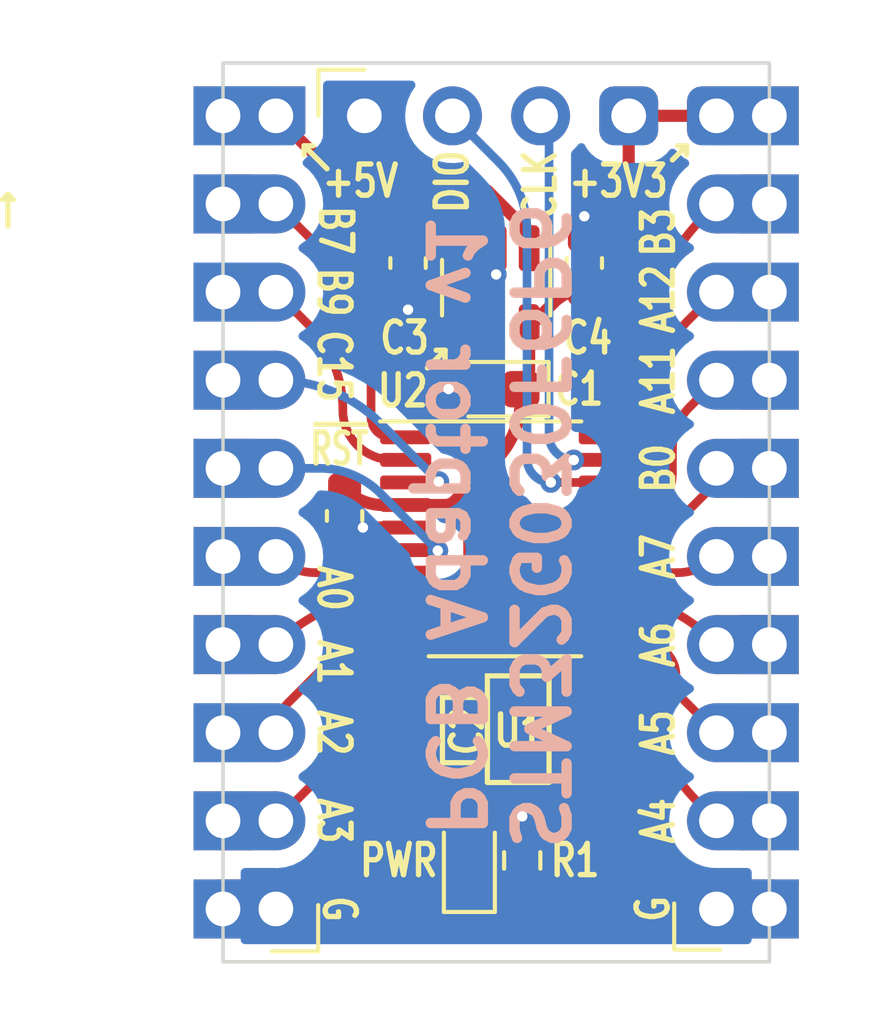
<source format=kicad_pcb>
(kicad_pcb (version 20211014) (generator pcbnew)
  (layers (0 "F.Cu" signal) (31 "B.Cu" signal) (34 "B.Paste" user) (35 "F.Paste" user) (36 "B.SilkS" user "B.Silkscreen") (37 "F.SilkS" user "F.Silkscreen") (38 "B.Mask" user) (39 "F.Mask" user) (44 "Edge.Cuts" user))
  (net 0 "")
  (net 1 "+3V3")
  (net 2 "GND")
  (net 3 "+5V")
  (net 4 "PA3")
  (net 5 "PA2")
  (net 6 "PA1")
  (net 7 "PA0")
  (net 8 "NRST")
  (net 9 "PC15")
  (net 10 "PB9")
  (net 11 "PB7")
  (net 12 "SWCLK")
  (net 13 "SWDIO")
  (net 14 "PA4")
  (net 15 "PA5")
  (net 16 "PA6")
  (net 17 "PA7")
  (net 18 "PB0")
  (net 19 "PA11")
  (net 20 "PA12")
  (net 21 "PB3")
  (net 23 "Net-(D1-Pad1)")
  (footprint "Capacitor_Tantalum_SMD:CP_EIA-1608-10_AVX-L" (layer "F.Cu") (at 171.958 89.1595 180)
    (fp_text reference "C1" (at -2.3876 0.0055) (layer "F.SilkS") (effects (font (size 0.9 0.7) (thickness 0.155))))
    (fp_text value "4u7")
    (fp_line (start -1.51 0.785) (end 0.8 0.785) (layer "F.SilkS") (width 0.12))
    (fp_line (start 0.8 -0.785) (end -1.51 -0.785) (layer "F.SilkS") (width 0.12))
    (fp_line (start -1.51 -0.785) (end -1.51 0.785) (layer "F.SilkS") (width 0.12))
    (pad "1" smd roundrect (at -0.7125 0 180) (size 1.075 1.05) (layers "F.Cu" "F.Paste" "F.Mask") (roundrect_rratio 0.238095) (net 1 "+3V3"))
    (pad "2" smd roundrect (at 0.7125 0 180) (size 1.075 1.05) (layers "F.Cu" "F.Paste" "F.Mask") (roundrect_rratio 0.238095) (net 2 "GND"))
  )
  (footprint "Package_SO:TSSOP-20_4.4x6.5mm_P0.65mm" (layer "F.Cu") (at 172.212 93.472)
    (fp_text reference "U1" (at 0.4064 5.5372) (layer "F.SilkS") (effects (font (size 0.9 0.7) (thickness 0.155))))
    (fp_text value "STM32G030F6P6")
    (fp_line (start 0 3.385) (end 2.2 3.385) (layer "F.SilkS") (width 0.12))
    (fp_line (start 0 -3.385) (end 2.2 -3.385) (layer "F.SilkS") (width 0.12))
    (fp_line (start 0 3.385) (end -2.2 3.385) (layer "F.SilkS") (width 0.12))
    (fp_line (start 0 -3.385) (end -3.6 -3.385) (layer "F.SilkS") (width 0.12))
    (pad "1" smd roundrect (at -2.8625 -2.925) (size 1.475 0.4) (layers "F.Cu" "F.Paste" "F.Mask") (net 11 "PB7"))
    (pad "2" smd roundrect (at -2.8625 -2.275) (size 1.475 0.4) (layers "F.Cu" "F.Paste" "F.Mask") (net 10 "PB9"))
    (pad "3" smd roundrect (at -2.8625 -1.625) (size 1.475 0.4) (layers "F.Cu" "F.Paste" "F.Mask") (net 9 "PC15"))
    (pad "4" smd roundrect (at -2.8625 -0.975) (size 1.475 0.4) (layers "F.Cu" "F.Paste" "F.Mask") (net 1 "+3V3"))
    (pad "5" smd roundrect (at -2.8625 -0.325) (size 1.475 0.4) (layers "F.Cu" "F.Paste" "F.Mask") (net 2 "GND"))
    (pad "6" smd roundrect (at -2.8625 0.325) (size 1.475 0.4) (layers "F.Cu" "F.Paste" "F.Mask") (net 8 "NRST"))
    (pad "7" smd roundrect (at -2.8625 0.975) (size 1.475 0.4) (layers "F.Cu" "F.Paste" "F.Mask") (net 7 "PA0"))
    (pad "8" smd roundrect (at -2.8625 1.625) (size 1.475 0.4) (layers "F.Cu" "F.Paste" "F.Mask") (net 6 "PA1"))
    (pad "9" smd roundrect (at -2.8625 2.275) (size 1.475 0.4) (layers "F.Cu" "F.Paste" "F.Mask") (net 5 "PA2"))
    (pad "10" smd roundrect (at -2.8625 2.925) (size 1.475 0.4) (layers "F.Cu" "F.Paste" "F.Mask") (net 4 "PA3"))
    (pad "11" smd roundrect (at 2.8625 2.925) (size 1.475 0.4) (layers "F.Cu" "F.Paste" "F.Mask") (net 14 "PA4"))
    (pad "12" smd roundrect (at 2.8625 2.275) (size 1.475 0.4) (layers "F.Cu" "F.Paste" "F.Mask") (net 15 "PA5"))
    (pad "13" smd roundrect (at 2.8625 1.625) (size 1.475 0.4) (layers "F.Cu" "F.Paste" "F.Mask") (net 16 "PA6"))
    (pad "14" smd roundrect (at 2.8625 0.975) (size 1.475 0.4) (layers "F.Cu" "F.Paste" "F.Mask") (net 17 "PA7"))
    (pad "15" smd roundrect (at 2.8625 0.325) (size 1.475 0.4) (layers "F.Cu" "F.Paste" "F.Mask") (net 18 "PB0"))
    (pad "16" smd roundrect (at 2.8625 -0.325) (size 1.475 0.4) (layers "F.Cu" "F.Paste" "F.Mask") (net 19 "PA11"))
    (pad "17" smd roundrect (at 2.8625 -0.975) (size 1.475 0.4) (layers "F.Cu" "F.Paste" "F.Mask") (net 20 "PA12"))
    (pad "18" smd roundrect (at 2.8625 -1.625) (size 1.475 0.4) (layers "F.Cu" "F.Paste" "F.Mask") (net 13 "SWDIO"))
    (pad "19" smd roundrect (at 2.8625 -2.275) (size 1.475 0.4) (layers "F.Cu" "F.Paste" "F.Mask") (net 12 "SWCLK"))
    (pad "20" smd roundrect (at 2.8625 -2.925) (size 1.475 0.4) (layers "F.Cu" "F.Paste" "F.Mask") (net 21 "PB3"))
  )
  (footprint "Capacitor_SMD:C_0603_1608Metric" (layer "F.Cu") (at 169.418 85.5218 -90)
    (fp_text reference "C3" (at 2.159 0.1016 180) (layer "F.SilkS") (effects (font (size 0.9 0.7) (thickness 0.155))))
    (fp_text value "1u")
    (fp_line (start -0.14058 -0.51) (end 0.14058 -0.51) (layer "F.SilkS") (width 0.12))
    (fp_line (start -0.14058 0.51) (end 0.14058 0.51) (layer "F.SilkS") (width 0.12))
    (pad "1" smd roundrect (at -0.775 0 270) (size 0.9 0.95) (layers "F.Cu" "F.Paste" "F.Mask") (net 3 "+5V"))
    (pad "2" smd roundrect (at 0.775 0 270) (size 0.9 0.95) (layers "F.Cu" "F.Paste" "F.Mask") (net 2 "GND"))
  )
  (footprint "Resistor_SMD:R_0603_1608Metric" (layer "F.Cu") (at 172.7089 102.7419 90)
    (fp_text reference "R1" (at 0 1.524 180) (layer "F.SilkS") (effects (font (size 0.9 0.7) (thickness 0.155))))
    (fp_text value "?")
    (fp_line (start -0.237258 0.5225) (end 0.237258 0.5225) (layer "F.SilkS") (width 0.12))
    (fp_line (start -0.237258 -0.5225) (end 0.237258 -0.5225) (layer "F.SilkS") (width 0.12))
    (pad "1" smd roundrect (at -0.825 0 90) (size 0.8 0.95) (layers "F.Cu" "F.Paste" "F.Mask") (net 23 "Net-(D1-Pad1)"))
    (pad "2" smd roundrect (at 0.825 0 90) (size 0.8 0.95) (layers "F.Cu" "F.Paste" "F.Mask") (net 2 "GND"))
  )
  (footprint "Package_TO_SOT_SMD:SOT-23-5" (layer "F.Cu") (at 171.958 86.233 -90)
    (fp_text reference "U2" (at 2.9718 2.6924 180) (layer "F.SilkS") (effects (font (size 0.9 0.7) (thickness 0.155))))
    (fp_text value "AP7343D-33W5")
    (fp_line (start 0 1.56) (end -0.8 1.56) (layer "F.SilkS") (width 0.12))
    (fp_line (start 0 1.56) (end 0.8 1.56) (layer "F.SilkS") (width 0.12))
    (fp_line (start 0 -1.56) (end -1.8 -1.56) (layer "F.SilkS") (width 0.12))
    (fp_line (start 0 -1.56) (end 0.8 -1.56) (layer "F.SilkS") (width 0.12))
    (pad "1" smd roundrect (at -1.1375 -0.95 270) (size 1.325 0.6) (layers "F.Cu" "F.Paste" "F.Mask") (net 3 "+5V"))
    (pad "2" smd roundrect (at -1.1375 0 270) (size 1.325 0.6) (layers "F.Cu" "F.Paste" "F.Mask") (net 2 "GND"))
    (pad "3" smd roundrect (at -1.1375 0.95 270) (size 1.325 0.6) (layers "F.Cu" "F.Paste" "F.Mask") (net 3 "+5V"))
    (pad "4" smd roundrect (at 1.1375 0.95 270) (size 1.325 0.6) (layers "F.Cu" "F.Paste" "F.Mask"))
    (pad "5" smd roundrect (at 1.1375 -0.95 270) (size 1.325 0.6) (layers "F.Cu" "F.Paste" "F.Mask") (net 1 "+3V3"))
  )
  (footprint "Capacitor_SMD:C_0603_1608Metric" (layer "F.Cu") (at 174.498 85.5218 90)
    (fp_text reference "C4" (at -2.159 0.1016 180) (layer "F.SilkS") (effects (font (size 0.9 0.7) (thickness 0.155))))
    (fp_text value "1u")
    (fp_line (start -0.14058 -0.51) (end 0.14058 -0.51) (layer "F.SilkS") (width 0.12))
    (fp_line (start -0.14058 0.51) (end 0.14058 0.51) (layer "F.SilkS") (width 0.12))
    (pad "1" smd roundrect (at -0.775 0 90) (size 0.9 0.95) (layers "F.Cu" "F.Paste" "F.Mask") (net 1 "+3V3"))
    (pad "2" smd roundrect (at 0.775 0 90) (size 0.9 0.95) (layers "F.Cu" "F.Paste" "F.Mask") (net 2 "GND"))
  )
  (footprint "Connector_PinHeader_2.54mm:PinHeader_1x04_P2.54mm_Vertical" (layer "F.Cu") (at 168.158 81.28 90)
    (fp_text reference "J3" hide)
    (fp_text value "SWD")
    (fp_line (start 1.33 -1.325) (end 1.33 0.005) (layer "F.SilkS") (width 0.12))
    (fp_line (start 0 -1.325) (end 1.33 -1.325) (layer "F.SilkS") (width 0.12))
    (pad "1" thru_hole rect (at 0 0 90) (size 1.7 1.7) (drill 1) (layers *.Cu *.Mask) (net 2 "GND"))
    (pad "2" thru_hole oval (at 0 2.54 90) (size 1.7 1.7) (drill 1) (layers *.Cu *.Mask) (net 13 "SWDIO"))
    (pad "3" thru_hole oval (at 0 5.08 90) (size 1.7 1.7) (drill 1) (layers *.Cu *.Mask) (net 12 "SWCLK"))
    (pad "4" thru_hole roundrect (at 0 7.62 90) (size 1.7 1.7) (drill 1) (layers *.Cu *.Mask) (net 1 "+3V3"))
  )
  (footprint "LED_SMD:LED_0603_1608Metric" (layer "F.Cu") (at 171.1849 102.7419 90)
    (fp_text reference "D1" hide)
    (fp_text value "COLOR?")
    (fp_line (start -1.485 -0.735) (end -1.485 0.735) (layer "F.SilkS") (width 0.12))
    (fp_line (start 0.8 -0.735) (end -1.485 -0.735) (layer "F.SilkS") (width 0.12))
    (fp_line (start -1.485 0.735) (end 0.8 0.735) (layer "F.SilkS") (width 0.12))
    (pad "1" smd roundrect (at -0.7875 0 90) (size 0.875 0.95) (layers "F.Cu" "F.Paste" "F.Mask") (net 23 "Net-(D1-Pad1)"))
    (pad "2" smd roundrect (at 0.7875 0 90) (size 0.875 0.95) (layers "F.Cu" "F.Paste" "F.Mask") (net 1 "+3V3"))
  )
  (footprint "Capacitor_SMD:C_0603_1608Metric" (layer "F.Cu") (at 167.5892 92.8116 -90)
    (fp_text reference "C2" (at 6.1976 -3.5306 -90) (layer "F.SilkS") (effects (font (size 0.9 0.7) (thickness 0.155))))
    (fp_text value "100n")
    (fp_line (start -0.14058 0.51) (end 0.14058 0.51) (layer "F.SilkS") (width 0.12))
    (fp_line (start -0.14058 -0.51) (end 0.14058 -0.51) (layer "F.SilkS") (width 0.12))
    (pad "1" smd roundrect (at -0.775 0 270) (size 0.9 0.95) (layers "F.Cu" "F.Paste" "F.Mask") (net 1 "+3V3"))
    (pad "2" smd roundrect (at 0.775 0 270) (size 0.9 0.95) (layers "F.Cu" "F.Paste" "F.Mask") (net 2 "GND"))
  )
  (footprint "Connector_PinHeader_Castellated_2.54mm:PinHeader_Castellated_1x10_P2.54mm_Vertical" (layer "B.Cu") (at 165.608 81.28 180)
    (fp_text reference "J1" hide)
    (fp_text value "Conn_01x10")
    (pad "1" smd rect (at 0.85 0 180) (size 1.69 1.7) (layers *.Mask "B.Cu") (net 3 "+5V"))
    (pad "1" thru_hole rect (at 1.524 0 180) (size 1.7 1.7) (drill 1) (layers *.Cu *.Mask) (net 3 "+5V"))
    (pad "1" thru_hole roundrect (at 0 0 90) (size 1.7 1.7) (drill 1) (layers *.Cu *.Mask) (roundrect_rratio 0) (chamfer_ratio 0.2) (chamfer bottom_left) (net 3 "+5V"))
    (pad "1" smd rect (at 0.84 0 180) (size 1.69 1.7) (layers *.Mask "F.Cu") (net 3 "+5V"))
    (pad "2" thru_hole oval (at 0 -2.54 180) (size 1.7 1.7) (drill 1) (layers *.Cu *.Mask) (net 11 "PB7"))
    (pad "2" smd rect (at 0.85 -2.54 180) (size 1.69 1.7) (layers *.Mask "B.Cu") (net 11 "PB7"))
    (pad "2" thru_hole rect (at 1.524 -2.54 180) (size 1.7 1.7) (drill 1) (layers *.Cu *.Mask) (net 11 "PB7"))
    (pad "2" smd rect (at 0.84 -2.54 180) (size 1.69 1.7) (layers *.Mask "F.Cu") (net 11 "PB7"))
    (pad "3" thru_hole oval (at 0 -5.08 180) (size 1.7 1.7) (drill 1) (layers *.Cu *.Mask) (net 10 "PB9"))
    (pad "3" thru_hole rect (at 1.524 -5.08 180) (size 1.7 1.7) (drill 1) (layers *.Cu *.Mask) (net 10 "PB9"))
    (pad "3" smd rect (at 0.85 -5.08 180) (size 1.69 1.7) (layers *.Mask "B.Cu") (net 10 "PB9"))
    (pad "3" smd rect (at 0.84 -5.08 180) (size 1.69 1.7) (layers *.Mask "F.Cu") (net 10 "PB9"))
    (pad "4" smd rect (at 0.84 -7.62 180) (size 1.69 1.7) (layers *.Mask "F.Cu") (net 9 "PC15"))
    (pad "4" thru_hole oval (at 0 -7.62 180) (size 1.7 1.7) (drill 1) (layers *.Cu *.Mask) (net 9 "PC15"))
    (pad "4" smd rect (at 0.85 -7.62 180) (size 1.69 1.7) (layers *.Mask "B.Cu") (net 9 "PC15"))
    (pad "4" thru_hole rect (at 1.524 -7.62 180) (size 1.7 1.7) (drill 1) (layers *.Cu *.Mask) (net 9 "PC15"))
    (pad "5" smd rect (at 0.84 -10.16 180) (size 1.69 1.7) (layers *.Mask "F.Cu") (net 8 "NRST"))
    (pad "5" thru_hole oval (at 0 -10.16 180) (size 1.7 1.7) (drill 1) (layers *.Cu *.Mask) (net 8 "NRST"))
    (pad "5" thru_hole rect (at 1.524 -10.16 180) (size 1.7 1.7) (drill 1) (layers *.Cu *.Mask) (net 8 "NRST"))
    (pad "5" smd rect (at 0.85 -10.16 180) (size 1.69 1.7) (layers *.Mask "B.Cu") (net 8 "NRST"))
    (pad "6" smd rect (at 0.85 -12.7 180) (size 1.69 1.7) (layers *.Mask "B.Cu") (net 7 "PA0"))
    (pad "6" thru_hole oval (at 0 -12.7 180) (size 1.7 1.7) (drill 1) (layers *.Cu *.Mask) (net 7 "PA0"))
    (pad "6" smd rect (at 0.84 -12.7 180) (size 1.69 1.7) (layers *.Mask "F.Cu") (net 7 "PA0"))
    (pad "6" thru_hole rect (at 1.524 -12.7 180) (size 1.7 1.7) (drill 1) (layers *.Cu *.Mask) (net 7 "PA0"))
    (pad "7" smd rect (at 0.85 -15.24 180) (size 1.69 1.7) (layers *.Mask "B.Cu") (net 6 "PA1"))
    (pad "7" smd rect (at 0.84 -15.24 180) (size 1.69 1.7) (layers *.Mask "F.Cu") (net 6 "PA1"))
    (pad "7" thru_hole oval (at 0 -15.24 180) (size 1.7 1.7) (drill 1) (layers *.Cu *.Mask) (net 6 "PA1"))
    (pad "7" thru_hole rect (at 1.524 -15.24 180) (size 1.7 1.7) (drill 1) (layers *.Cu *.Mask) (net 6 "PA1"))
    (pad "8" thru_hole oval (at 0 -17.78 180) (size 1.7 1.7) (drill 1) (layers *.Cu *.Mask) (net 5 "PA2"))
    (pad "8" smd rect (at 0.85 -17.78 180) (size 1.69 1.7) (layers *.Mask "B.Cu") (net 5 "PA2"))
    (pad "8" thru_hole rect (at 1.524 -17.78 180) (size 1.7 1.7) (drill 1) (layers *.Cu *.Mask) (net 5 "PA2"))
    (pad "8" smd rect (at 0.84 -17.78 180) (size 1.69 1.7) (layers *.Mask "F.Cu") (net 5 "PA2"))
    (pad "9" smd rect (at 0.84 -20.32 180) (size 1.69 1.7) (layers *.Mask "F.Cu") (net 4 "PA3"))
    (pad "9" thru_hole oval (at 0 -20.32 180) (size 1.7 1.7) (drill 1) (layers *.Cu *.Mask) (net 4 "PA3"))
    (pad "9" thru_hole rect (at 1.524 -20.32 180) (size 1.7 1.7) (drill 1) (layers *.Cu *.Mask) (net 4 "PA3"))
    (pad "9" smd rect (at 0.85 -20.32 180) (size 1.69 1.7) (layers *.Mask "B.Cu") (net 4 "PA3"))
    (pad "10" thru_hole rect (at 1.524 -22.86 180) (size 1.7 1.7) (drill 1) (layers *.Cu *.Mask) (net 2 "GND"))
    (pad "10" smd rect (at 0.84 -22.86 180) (size 1.69 1.7) (layers *.Mask "F.Cu") (net 2 "GND"))
    (pad "10" smd rect (at 0.85 -22.86 180) (size 1.69 1.7) (layers *.Mask "B.Cu") (net 2 "GND"))
    (pad "10" thru_hole rect (at 0 -22.86 180) (size 1.7 1.7) (drill 1) (layers *.Cu *.Mask) (net 2 "GND"))
  )
  (footprint "Connector_PinHeader_Castellated_2.54mm:PinHeader_Castellated_1x10_P2.54mm_Vertical" (layer "B.Cu") (at 178.308 104.14)
    (fp_text reference "J2" hide)
    (fp_text value "Conn_01x10")
    (pad "1" smd rect (at 0.85 0) (size 1.69 1.7) (layers *.Mask "B.Cu") (net 2 "GND"))
    (pad "1" thru_hole rect (at 0 0) (size 1.7 1.7) (drill 1) (layers *.Cu *.Mask) (net 2 "GND"))
    (pad "1" smd rect (at 0.84 0) (size 1.69 1.7) (layers *.Mask "F.Cu") (net 2 "GND"))
    (pad "1" thru_hole rect (at 1.524 0) (size 1.7 1.7) (drill 1) (layers *.Cu *.Mask) (net 2 "GND"))
    (pad "2" smd rect (at 0.85 -2.54) (size 1.69 1.7) (layers *.Mask "B.Cu") (net 14 "PA4"))
    (pad "2" thru_hole rect (at 1.524 -2.54) (size 1.7 1.7) (drill 1) (layers *.Cu *.Mask) (net 14 "PA4"))
    (pad "2" smd rect (at 0.84 -2.54) (size 1.69 1.7) (layers *.Mask "F.Cu") (net 14 "PA4"))
    (pad "2" thru_hole oval (at 0 -2.54) (size 1.7 1.7) (drill 1) (layers *.Cu *.Mask) (net 14 "PA4"))
    (pad "3" thru_hole oval (at 0 -5.08) (size 1.7 1.7) (drill 1) (layers *.Cu *.Mask) (net 15 "PA5"))
    (pad "3" smd rect (at 0.85 -5.08) (size 1.69 1.7) (layers *.Mask "B.Cu") (net 15 "PA5"))
    (pad "3" thru_hole rect (at 1.524 -5.08) (size 1.7 1.7) (drill 1) (layers *.Cu *.Mask) (net 15 "PA5"))
    (pad "3" smd rect (at 0.84 -5.08) (size 1.69 1.7) (layers *.Mask "F.Cu") (net 15 "PA5"))
    (pad "4" thru_hole oval (at 0 -7.62) (size 1.7 1.7) (drill 1) (layers *.Cu *.Mask) (net 16 "PA6"))
    (pad "4" thru_hole rect (at 1.524 -7.62) (size 1.7 1.7) (drill 1) (layers *.Cu *.Mask) (net 16 "PA6"))
    (pad "4" smd rect (at 0.84 -7.62) (size 1.69 1.7) (layers *.Mask "F.Cu") (net 16 "PA6"))
    (pad "4" smd rect (at 0.85 -7.62) (size 1.69 1.7) (layers *.Mask "B.Cu") (net 16 "PA6"))
    (pad "5" thru_hole oval (at 0 -10.16) (size 1.7 1.7) (drill 1) (layers *.Cu *.Mask) (net 17 "PA7"))
    (pad "5" smd rect (at 0.84 -10.16) (size 1.69 1.7) (layers *.Mask "F.Cu") (net 17 "PA7"))
    (pad "5" smd rect (at 0.85 -10.16) (size 1.69 1.7) (layers *.Mask "B.Cu") (net 17 "PA7"))
    (pad "5" thru_hole rect (at 1.524 -10.16) (size 1.7 1.7) (drill 1) (layers *.Cu *.Mask) (net 17 "PA7"))
    (pad "6" thru_hole oval (at 0 -12.7) (size 1.7 1.7) (drill 1) (layers *.Cu *.Mask) (net 18 "PB0"))
    (pad "6" thru_hole rect (at 1.524 -12.7) (size 1.7 1.7) (drill 1) (layers *.Cu *.Mask) (net 18 "PB0"))
    (pad "6" smd rect (at 0.84 -12.7) (size 1.69 1.7) (layers *.Mask "F.Cu") (net 18 "PB0"))
    (pad "6" smd rect (at 0.85 -12.7) (size 1.69 1.7) (layers *.Mask "B.Cu") (net 18 "PB0"))
    (pad "7" thru_hole rect (at 1.524 -15.24) (size 1.7 1.7) (drill 1) (layers *.Cu *.Mask) (net 19 "PA11"))
    (pad "7" smd rect (at 0.84 -15.24) (size 1.69 1.7) (layers *.Mask "F.Cu") (net 19 "PA11"))
    (pad "7" thru_hole oval (at 0 -15.24) (size 1.7 1.7) (drill 1) (layers *.Cu *.Mask) (net 19 "PA11"))
    (pad "7" smd rect (at 0.85 -15.24) (size 1.69 1.7) (layers *.Mask "B.Cu") (net 19 "PA11"))
    (pad "8" smd rect (at 0.85 -17.78) (size 1.69 1.7) (layers *.Mask "B.Cu") (net 20 "PA12"))
    (pad "8" smd rect (at 0.84 -17.78) (size 1.69 1.7) (layers *.Mask "F.Cu") (net 20 "PA12"))
    (pad "8" thru_hole oval (at 0 -17.78) (size 1.7 1.7) (drill 1) (layers *.Cu *.Mask) (net 20 "PA12"))
    (pad "8" thru_hole rect (at 1.524 -17.78) (size 1.7 1.7) (drill 1) (layers *.Cu *.Mask) (net 20 "PA12"))
    (pad "9" smd rect (at 0.84 -20.32) (size 1.69 1.7) (layers *.Mask "F.Cu") (net 21 "PB3"))
    (pad "9" thru_hole oval (at 0 -20.32) (size 1.7 1.7) (drill 1) (layers *.Cu *.Mask) (net 21 "PB3"))
    (pad "9" thru_hole rect (at 1.524 -20.32) (size 1.7 1.7) (drill 1) (layers *.Cu *.Mask) (net 21 "PB3"))
    (pad "9" smd rect (at 0.85 -20.32) (size 1.69 1.7) (layers *.Mask "B.Cu") (net 21 "PB3"))
    (pad "10" smd rect (at 0.85 -22.86) (size 1.69 1.7) (layers *.Mask "B.Cu") (net 1 "+3V3"))
    (pad "10" thru_hole roundrect (at 0 -22.86) (size 1.7 1.7) (drill 1) (layers *.Cu *.Mask) (net 1 "+3V3"))
    (pad "10" smd rect (at 0.84 -22.86) (size 1.69 1.7) (layers *.Mask "F.Cu") (net 1 "+3V3"))
    (pad "10" thru_hole rect (at 1.524 -22.86) (size 1.7 1.7) (drill 1) (layers *.Cu *.Mask) (net 1 "+3V3"))
  )
  (gr_line (start 166.4208 82.1436) (end 166.6748 82.1436) (layer "F.SilkS") (width 0.155))
  (gr_line (start 157.8864 83.5406) (end 157.734 83.693) (layer "F.SilkS") (width 0.155))
  (gr_line (start 157.8864 83.5406) (end 157.8864 84.455) (layer "F.SilkS") (width 0.155))
  (gr_rect (start 171.704 98.044) (end 170.4086 99.9236) (layer "F.SilkS") (width 0.15) (fill none))
  (gr_line (start 169.9768 88.5444) (end 170.4848 88.0364) (layer "F.SilkS") (width 0.155))
  (gr_line (start 177.4444 82.1436) (end 177.1904 82.1436) (layer "F.SilkS") (width 0.155))
  (gr_line (start 170.4848 88.0364) (end 170.4848 88.2904) (layer "F.SilkS") (width 0.155))
  (gr_rect (start 171.704 97.4217) (end 173.482 100.4951) (layer "F.SilkS") (width 0.15) (fill none))
  (gr_line (start 166.8272 105.3592) (end 165.4972 105.3592) (layer "F.SilkS") (width 0.12))
  (gr_line (start 166.8272 104.0292) (end 166.8272 105.3592) (layer "F.SilkS") (width 0.12))
  (gr_line (start 178.4188 105.313) (end 177.0888 105.313) (layer "F.SilkS") (width 0.12))
  (gr_line (start 177.0888 105.313) (end 177.0888 103.983) (layer "F.SilkS") (width 0.12))
  (gr_line (start 157.8864 83.5406) (end 158.0388 83.693) (layer "F.SilkS") (width 0.155))
  (gr_line (start 166.4208 82.1436) (end 166.4208 82.3976) (layer "F.SilkS") (width 0.155))
  (gr_line (start 166.751 90.17) (end 168.1988 90.17) (layer "F.SilkS") (width 0.15))
  (gr_line (start 177.4444 82.1436) (end 177.4444 82.3976) (layer "F.SilkS") (width 0.155))
  (gr_line (start 170.2308 88.0364) (end 170.4848 88.0364) (layer "F.SilkS") (width 0.155))
  (gr_line (start 177.038 82.55) (end 177.4444 82.1436) (layer "F.SilkS") (width 0.155))
  (gr_line (start 167.0812 82.804) (end 166.4208 82.1436) (layer "F.SilkS") (width 0.155))
  (gr_rect (start 164.084 79.756) (end 179.832 105.664) (layer "Edge.Cuts") (width 0.1) (fill none))
  (gr_text "STM32G030F6P6\nPCB Adaptor v1" (at 171.958 93.091 270) (layer "B.SilkS") (effects (font (size 1.5 1.5) (thickness 0.3)) (justify mirror)))
  (gr_text "A4" (at 176.6316 101.6 90) (layer "F.SilkS") (effects (font (size 0.9 0.7) (thickness 0.155))))
  (gr_text "CLK" (at 173.228 82.1944 90) (layer "F.SilkS") (effects (font (size 0.9 0.7) (thickness 0.155)) (justify right)))
  (gr_text "C15" (at 167.284399 88.4936 270) (layer "F.SilkS") (effects (font (size 0.9 0.7) (thickness 0.155))))
  (gr_text "B7" (at 167.3352 84.582 270) (layer "F.SilkS") (effects (font (size 0.9 0.7) (thickness 0.155))))
  (gr_text "A0" (at 167.284399 94.8944 270) (layer "F.SilkS") (effects (font (size 0.9 0.7) (thickness 0.155))))
  (gr_text "A2" (at 167.284399 99.06 270) (layer "F.SilkS") (effects (font (size 0.9 0.7) (thickness 0.155))))
  (gr_text "A5" (at 176.6316 99.06 90) (layer "F.SilkS") (effects (font (size 0.9 0.7) (thickness 0.155))))
  (gr_text "B9" (at 167.2844 86.36 270) (layer "F.SilkS") (effects (font (size 0.9 0.7) (thickness 0.155))))
  (gr_text "+3V3" (at 176.9872 83.1596) (layer "F.SilkS") (effects (font (size 0.9 0.7) (thickness 0.155)) (justify right)))
  (gr_text "A7" (at 176.6316 93.98 90) (layer "F.SilkS") (effects (font (size 0.9 0.7) (thickness 0.155))))
  (gr_text "G" (at 167.4368 104.14 270) (layer "F.SilkS") (effects (font (size 0.9 0.7) (thickness 0.155))))
  (gr_text "+5V" (at 166.878 83.1596) (layer "F.SilkS") (effects (font (size 0.9 0.7) (thickness 0.155)) (justify left)))
  (gr_text "B3" (at 176.6316 84.6328 90) (layer "F.SilkS") (effects (font (size 0.9 0.7) (thickness 0.155))))
  (gr_text "RST" (at 167.4368 90.8812) (layer "F.SilkS") (effects (font (size 0.9 0.6))))
  (gr_text "A1" (at 167.284399 97.028 270) (layer "F.SilkS") (effects (font (size 0.9 0.7) (thickness 0.155))))
  (gr_text "A3" (at 167.284399 101.6 270) (layer "F.SilkS") (effects (font (size 0.9 0.7) (thickness 0.155))))
  (gr_text "B0" (at 176.6316 91.44 90) (layer "F.SilkS") (effects (font (size 0.9 0.7) (thickness 0.155))))
  (gr_text "DIO" (at 170.688 82.1944 90) (layer "F.SilkS") (effects (font (size 0.9 0.7) (thickness 0.155)) (justify right)))
  (gr_text "G" (at 176.4792 104.14 90) (layer "F.SilkS") (effects (font (size 0.9 0.7) (thickness 0.155))))
  (gr_text "A6" (at 176.6316 96.52 90) (layer "F.SilkS") (effects (font (size 0.9 0.7) (thickness 0.155))))
  (gr_text "A11" (at 176.6316 88.9 90) (layer "F.SilkS") (effects (font (size 0.9 0.7) (thickness 0.155))))
  (gr_text "PWR" (at 169.1529 102.7419) (layer "F.SilkS") (effects (font (size 0.9 0.7) (thickness 0.155))))
  (gr_text "A12" (at 176.6316 86.5632 90) (layer "F.SilkS") (effects (font (size 0.9 0.7) (thickness 0.155))))
  (segment (start 170.647 92.497) (end 170.8658 92.2782) (width 0.35) (layer "F.Cu") (net 1))
  (segment (start 172.908 87.3705) (end 172.908 88.586125) (width 0.35) (layer "F.Cu") (net 1))
  (segment (start 170.8658 92.2782) (end 170.9928 92.1512) (width 0.35) (layer "F.Cu") (net 1))
  (segment (start 175.778 81.28) (end 178.308 81.28) (width 0.35) (layer "F.Cu") (net 1))
  (segment (start 170.768623 92.375378) (end 170.8658 92.2782) (width 0.35) (layer "F.Cu") (net 1))
  (segment (start 169.3495 92.497) (end 168.700703 92.497) (width 0.35) (layer "F.Cu") (net 1))
  (segment (start 170.9264 92.7764) (end 170.7994 92.6494) (width 0.35) (layer "F.Cu") (net 1))
  (segment (start 170.768623 92.618622) (end 170.7994 92.6494) (width 0.35) (layer "F.Cu") (net 1))
  (segment (start 170.9928 92.1512) (end 170.940623 92.203377) (width 0.35) (layer "F.Cu") (net 1))
  (segment (start 172.6705 89.1595) (end 172.6705 89.429952) (width 0.35) (layer "F.Cu") (net 1))
  (segment (start 170.768623 92.395493) (end 170.768623 92.375378) (width 0.35) (layer "F.Cu") (net 1))
  (segment (start 170.9928 92.1512) (end 171.9326 91.2114) (width 0.35) (layer "F.Cu") (net 1))
  (segment (start 173.616621 86.661879) (end 172.908 87.3705) (width 0.35) (layer "F.Cu") (net 1))
  (segment (start 170.7994 92.6494) (end 170.647 92.497) (width 0.35) (layer "F.Cu") (net 1))
  (segment (start 169.3495 92.497) (end 170.475 92.497) (width 0.35) (layer "F.Cu") (net 1))
  (segment (start 175.778 84.059944) (end 175.778 81.28) (width 0.35) (layer "F.Cu") (net 1))
  (segment (start 174.498 86.2968) (end 175.1014 85.6934) (width 0.35) (layer "F.Cu") (net 1))
  (segment (start 170.475 92.497) (end 170.647 92.497) (width 0.35) (layer "F.Cu") (net 1))
  (segment (start 171.1849 101.9544) (end 171.1849 93.400474) (width 0.35) (layer "F.Cu") (net 1))
  (arc (start 174.498 86.2968) (mid 174.021001 86.391681) (end 173.616621 86.661879) (width 0.35) (layer "F.Cu") (net 1))
  (arc (start 175.1014 85.6934) (mid 175.602157 84.943964) (end 175.778 84.059944) (width 0.35) (layer "F.Cu") (net 1))
  (arc (start 172.908 88.586125) (mid 172.846275 88.896433) (end 172.6705 89.1595) (width 0.35) (layer "F.Cu") (net 1))
  (arc (start 170.940623 92.203377) (mid 170.813325 92.393893) (end 170.768623 92.618622) (width 0.35) (layer "F.Cu") (net 1))
  (arc (start 170.475 92.497) (mid 170.633907 92.528609) (end 170.768623 92.618622) (width 0.35) (layer "F.Cu") (net 1))
  (arc (start 172.6705 89.429952) (mid 172.478726 90.394065) (end 171.9326 91.2114) (width 0.35) (layer "F.Cu") (net 1))
  (arc (start 170.475 92.497) (mid 170.633907 92.465391) (end 170.768623 92.375378) (width 0.35) (layer "F.Cu") (net 1))
  (arc (start 168.700703 92.497) (mid 168.099162 92.377346) (end 167.5892 92.0366) (width 0.35) (layer "F.Cu") (net 1))
  (arc (start 171.1849 93.400474) (mid 171.117718 93.062728) (end 170.9264 92.7764) (width 0.35) (layer "F.Cu") (net 1))
  (arc (start 170.9264 92.7764) (mid 170.809628 92.601639) (end 170.768623 92.395493) (width 0.35) (layer "F.Cu") (net 1))
  (segment (start 170.5919 89.1595) (end 170.5864 89.154) (width 0.35) (layer "F.Cu") (net 2))
  (segment (start 171.958 85.0955) (end 171.958 85.852) (width 0.35) (layer "F.Cu") (net 2))
  (segment (start 169.418 86.2968) (end 169.418 86.868) (width 0.35) (layer "F.Cu") (net 2))
  (segment (start 169.3495 93.147) (end 168.1174 93.147) (width 0.35) (layer "F.Cu") (net 2))
  (segment (start 174.498 84.7468) (end 174.498 84.1756) (width 0.35) (layer "F.Cu") (net 2))
  (segment (start 167.966151 93.20965) (end 167.5892 93.5866) (width 0.35) (layer "F.Cu") (net 2))
  (segment (start 172.7089 101.9169) (end 172.7089 101.4719) (width 0.35) (layer "F.Cu") (net 2))
  (segment (start 171.2455 89.1595) (end 170.5919 89.1595) (width 0.35) (layer "F.Cu") (net 2))
  (via (at 172.7089 101.4719) (size 0.6) (drill 0.3) (layers "F.Cu" "B.Cu") (net 2))
  (via (at 169.418 86.868) (size 0.6) (drill 0.3) (layers "F.Cu" "B.Cu") (net 2))
  (via (at 168.1174 93.147) (size 0.6) (drill 0.3) (layers "F.Cu" "B.Cu") (net 2))
  (via (at 171.958 85.852) (size 0.6) (drill 0.3) (layers "F.Cu" "B.Cu") (net 2))
  (via (at 170.5864 89.154) (size 0.6) (drill 0.3) (layers "F.Cu" "B.Cu") (net 2))
  (via (at 174.498 84.1756) (size 0.6) (drill 0.3) (layers "F.Cu" "B.Cu") (net 2))
  (arc (start 168.1174 93.147) (mid 168.035544 93.163282) (end 167.966151 93.20965) (width 0.35) (layer "F.Cu") (net 2))
  (segment (start 170.942 83.439) (end 171.706462 83.439) (width 0.35) (layer "F.Cu") (net 3))
  (segment (start 165.608 81.28) (end 167.767 83.439) (width 0.35) (layer "F.Cu") (net 3))
  (segment (start 171.008 85.0955) (end 171.008 83.505) (width 0.35) (layer "F.Cu") (net 3))
  (segment (start 171.008 83.505) (end 170.942 83.439) (width 0.35) (layer "F.Cu") (net 3))
  (segment (start 171.706462 83.439) (end 172.908 84.640538) (width 0.35) (layer "F.Cu") (net 3))
  (segment (start 171.008 85.0955) (end 169.7667 85.0955) (width 0.35) (layer "F.Cu") (net 3))
  (segment (start 172.908 84.640538) (end 172.908 85.0955) (width 0.35) (layer "F.Cu") (net 3))
  (segment (start 169.7667 85.0955) (end 169.418 84.7468) (width 0.35) (layer "F.Cu") (net 3))
  (segment (start 167.767 83.439) (end 170.942 83.439) (width 0.35) (layer "F.Cu") (net 3))
  (segment (start 169.3495 96.397) (end 168.9314 96.397) (width 0.25) (layer "F.Cu") (net 4))
  (segment (start 165.608 101.6) (end 167.022122 100.185878) (width 0.25) (layer "F.Cu") (net 4))
  (arc (start 167.022122 100.185878) (mid 168.005784 98.713724) (end 168.3512 96.9772) (width 0.25) (layer "F.Cu") (net 4))
  (arc (start 168.9314 96.397) (mid 168.521137 96.566937) (end 168.3512 96.9772) (width 0.25) (layer "F.Cu") (net 4))
  (segment (start 167.750795 96.409206) (end 167.7416 96.4184) (width 0.25) (layer "F.Cu") (net 5))
  (segment (start 167.7416 96.4184) (end 165.96721 98.19279) (width 0.25) (layer "F.Cu") (net 5))
  (arc (start 165.96721 98.19279) (mid 165.701356 98.590669) (end 165.608 99.06) (width 0.25) (layer "F.Cu") (net 5))
  (arc (start 169.3495 95.747) (mid 168.484287 95.919102) (end 167.750795 96.409206) (width 0.25) (layer "F.Cu") (net 5))
  (segment (start 169.3495 95.097) (end 169.043425 95.097) (width 0.25) (layer "F.Cu") (net 6))
  (arc (start 169.043425 95.097) (mid 167.184187 95.466826) (end 165.608 96.52) (width 0.25) (layer "F.Cu") (net 6))
  (segment (start 169.3495 94.447) (end 166.735437 94.447) (width 0.25) (layer "F.Cu") (net 7))
  (arc (start 166.735437 94.447) (mid 166.125272 94.325631) (end 165.608 93.98) (width 0.25) (layer "F.Cu") (net 7))
  (segment (start 169.3495 93.797) (end 170.259137 93.797) (width 0.25) (layer "F.Cu") (net 8))
  (segment (start 170.259137 93.797) (end 170.274897 93.81276) (width 0.25) (layer "F.Cu") (net 8))
  (via (at 170.274897 93.81276) (size 0.6) (drill 0.3) (layers "F.Cu" "B.Cu") (net 8))
  (segment (start 166.878 91.44) (end 165.608 91.44) (width 0.25) (layer "B.Cu") (net 8))
  (segment (start 170.274897 93.81276) (end 168.626311 92.164174) (width 0.25) (layer "B.Cu") (net 8))
  (arc (start 168.626311 92.164174) (mid 167.824179 91.628207) (end 166.878 91.44) (width 0.25) (layer "B.Cu") (net 8))
  (segment (start 169.3495 91.847) (end 170.278518 91.847) (width 0.25) (layer "F.Cu") (net 9))
  (segment (start 170.278518 91.847) (end 170.303018 91.8225) (width 0.25) (layer "F.Cu") (net 9))
  (via (at 170.303018 91.8225) (size 0.6) (drill 0.3) (layers "F.Cu" "B.Cu") (net 9))
  (segment (start 170.303018 91.8225) (end 168.633878 90.15336) (width 0.25) (layer "B.Cu") (net 9))
  (arc (start 168.633878 90.15336) (mid 167.245594 89.225737) (end 165.608 88.9) (width 0.25) (layer "B.Cu") (net 9))
  (segment (start 169.3495 91.197) (end 168.9718 91.197) (width 0.25) (layer "F.Cu") (net 10))
  (segment (start 165.608 86.36) (end 166.49669 87.24869) (width 0.25) (layer "F.Cu") (net 10))
  (arc (start 168.9718 91.197) (mid 167.958233 90.777167) (end 167.5384 89.7636) (width 0.25) (layer "F.Cu") (net 10))
  (arc (start 166.49669 87.24869) (mid 167.267668 88.402541) (end 167.5384 89.7636) (width 0.25) (layer "F.Cu") (net 10))
  (segment (start 165.608 83.82) (end 166.519227 84.731227) (width 0.25) (layer "F.Cu") (net 11))
  (segment (start 169.3495 90.547) (end 168.9314 90.547) (width 0.25) (layer "F.Cu") (net 11))
  (segment (start 168.3512 89.9668) (end 168.3512 89.154) (width 0.25) (layer "F.Cu") (net 11))
  (arc (start 166.519227 84.731227) (mid 167.875085 86.760413) (end 168.3512 89.154) (width 0.25) (layer "F.Cu") (net 11))
  (arc (start 168.9314 90.547) (mid 168.521137 90.377063) (end 168.3512 89.9668) (width 0.25) (layer "F.Cu") (net 11))
  (segment (start 174.195386 91.197) (end 174.192974 91.199412) (width 0.25) (layer "F.Cu") (net 12))
  (segment (start 175.0745 91.197) (end 174.195386 91.197) (width 0.25) (layer "F.Cu") (net 12))
  (via (at 174.192974 91.199412) (size 0.6) (drill 0.3) (layers "F.Cu" "B.Cu") (net 12))
  (segment (start 173.482 81.524) (end 173.482 90.488438) (width 0.25) (layer "B.Cu") (net 12))
  (segment (start 173.238 81.28) (end 173.482 81.524) (width 0.25) (layer "B.Cu") (net 12))
  (arc (start 173.482 90.488438) (mid 173.690239 90.991173) (end 174.192974 91.199412) (width 0.25) (layer "B.Cu") (net 12))
  (segment (start 175.0745 91.847) (end 173.5334 91.847) (width 0.25) (layer "F.Cu") (net 13))
  (via (at 173.5328 91.8464) (size 0.6) (drill 0.3) (layers "F.Cu" "B.Cu") (net 13))
  (arc (start 173.5334 91.847) (mid 173.532976 91.846824) (end 173.5328 91.8464) (width 0.25) (layer "F.Cu") (net 13))
  (segment (start 172.847 90.551) (end 172.847 91.1606) (width 0.25) (layer "B.Cu") (net 13))
  (segment (start 172.847 84.589362) (end 172.847 90.551) (width 0.25) (layer "B.Cu") (net 13))
  (segment (start 170.698 81.28) (end 172.0265 82.6085) (width 0.25) (layer "B.Cu") (net 13))
  (arc (start 172.847 91.1606) (mid 173.047866 91.645534) (end 173.5328 91.8464) (width 0.25) (layer "B.Cu") (net 13))
  (arc (start 172.0265 82.6085) (mid 172.633759 83.517327) (end 172.847 84.589362) (width 0.25) (layer "B.Cu") (net 13))
  (segment (start 177.797009 101.089009) (end 178.308 101.6) (width 0.25) (layer "F.Cu") (net 14))
  (segment (start 175.0745 96.397) (end 175.5434 96.397) (width 0.25) (layer "F.Cu") (net 14))
  (arc (start 175.5434 96.397) (mid 175.917742 96.552058) (end 176.0728 96.9264) (width 0.25) (layer "F.Cu") (net 14))
  (arc (start 176.0728 96.9264) (mid 176.520907 99.179188) (end 177.797009 101.089009) (width 0.25) (layer "F.Cu") (net 14))
  (segment (start 178.308 99.06) (end 177.391048 98.143049) (width 0.25) (layer "F.Cu") (net 15))
  (segment (start 177.1396 97.536) (end 177.1396 97.404641) (width 0.25) (layer "F.Cu") (net 15))
  (segment (start 175.268308 95.747) (end 175.0745 95.747) (width 0.25) (layer "F.Cu") (net 15))
  (segment (start 176.873274 96.761674) (end 176.276 96.1644) (width 0.25) (layer "F.Cu") (net 15))
  (arc (start 176.276 96.1644) (mid 175.813667 95.855479) (end 175.268308 95.747) (width 0.25) (layer "F.Cu") (net 15))
  (arc (start 177.391048 98.143049) (mid 177.204949 97.864533) (end 177.1396 97.536) (width 0.25) (layer "F.Cu") (net 15))
  (arc (start 177.1396 97.404641) (mid 177.070384 97.05667) (end 176.873274 96.761674) (width 0.25) (layer "F.Cu") (net 15))
  (segment (start 178.165217 96.377217) (end 178.308 96.52) (width 0.25) (layer "F.Cu") (net 16))
  (arc (start 175.0745 95.097) (mid 176.747184 95.429718) (end 178.165217 96.377217) (width 0.25) (layer "F.Cu") (net 16))
  (segment (start 175.0745 94.447) (end 177.180563 94.447) (width 0.25) (layer "F.Cu") (net 17))
  (arc (start 177.180563 94.447) (mid 177.790728 94.32563) (end 178.308 93.98) (width 0.25) (layer "F.Cu") (net 17))
  (segment (start 175.0745 93.797) (end 175.179361 93.797) (width 0.25) (layer "F.Cu") (net 18))
  (segment (start 177.1904 92.964) (end 178.020632 92.133768) (width 0.25) (layer "F.Cu") (net 18))
  (arc (start 175.179361 93.797) (mid 176.267728 93.58051) (end 177.1904 92.964) (width 0.25) (layer "F.Cu") (net 18))
  (arc (start 178.020632 92.133768) (mid 178.233315 91.815464) (end 178.308 91.44) (width 0.25) (layer "F.Cu") (net 18))
  (segment (start 177.038 91.555422) (end 177.038 90.8812) (width 0.25) (layer "F.Cu") (net 19))
  (segment (start 175.0745 93.147) (end 175.403147 93.147) (width 0.25) (layer "F.Cu") (net 19))
  (segment (start 177.540894 89.667105) (end 178.308 88.9) (width 0.25) (layer "F.Cu") (net 19))
  (arc (start 177.038 90.8812) (mid 177.168698 90.224137) (end 177.540894 89.667105) (width 0.25) (layer "F.Cu") (net 19))
  (arc (start 175.403147 93.147) (mid 176.040488 93.020225) (end 176.5808 92.6592) (width 0.25) (layer "F.Cu") (net 19))
  (arc (start 176.5808 92.6592) (mid 176.919178 92.152782) (end 177.038 91.555422) (width 0.25) (layer "F.Cu") (net 19))
  (segment (start 177.4952 87.1728) (end 178.308 86.36) (width 0.25) (layer "F.Cu") (net 20))
  (segment (start 176.5228 91.3312) (end 176.5228 89.520381) (width 0.25) (layer "F.Cu") (net 20))
  (segment (start 175.0745 92.497) (end 175.357 92.497) (width 0.25) (layer "F.Cu") (net 20))
  (arc (start 176.5228 89.520381) (mid 176.775518 88.24988) (end 177.4952 87.1728) (width 0.25) (layer "F.Cu") (net 20))
  (arc (start 175.357 92.497) (mid 176.181345 92.155545) (end 176.5228 91.3312) (width 0.25) (layer "F.Cu") (net 20))
  (segment (start 178.308 83.82) (end 177.976614 84.151386) (width 0.25) (layer "F.Cu") (net 21))
  (segment (start 175.0745 90.547) (end 175.4926 90.547) (width 0.25) (layer "F.Cu") (net 21))
  (segment (start 176.0728 89.9668) (end 176.0728 88.7476) (width 0.25) (layer "F.Cu") (net 21))
  (arc (start 177.976614 84.151386) (mid 176.567585 86.260147) (end 176.0728 88.7476) (width 0.25) (layer "F.Cu") (net 21))
  (arc (start 175.4926 90.547) (mid 175.902863 90.377063) (end 176.0728 89.9668) (width 0.25) (layer "F.Cu") (net 21))
  (segment (start 171.1849 103.5294) (end 172.618367 103.5294) (width 0.25) (layer "F.Cu") (net 23))
  (arc (start 172.618367 103.5294) (mid 172.667363 103.539146) (end 172.7089 103.5669) (width 0.25) (layer "F.Cu") (net 23))
  (zone (net 2) (net_name "GND") (layer "B.Cu") (connect_pads yes (clearance 0.508)) (min_thickness 0.254) (fill yes (thermal_gap 0.508) (thermal_bridge_width 0.508))
    (polygon (pts (xy 179.832 105.918) (xy 164.084 105.918) (xy 164.084 79.502) (xy 179.832 79.502)))
  )
)
</source>
